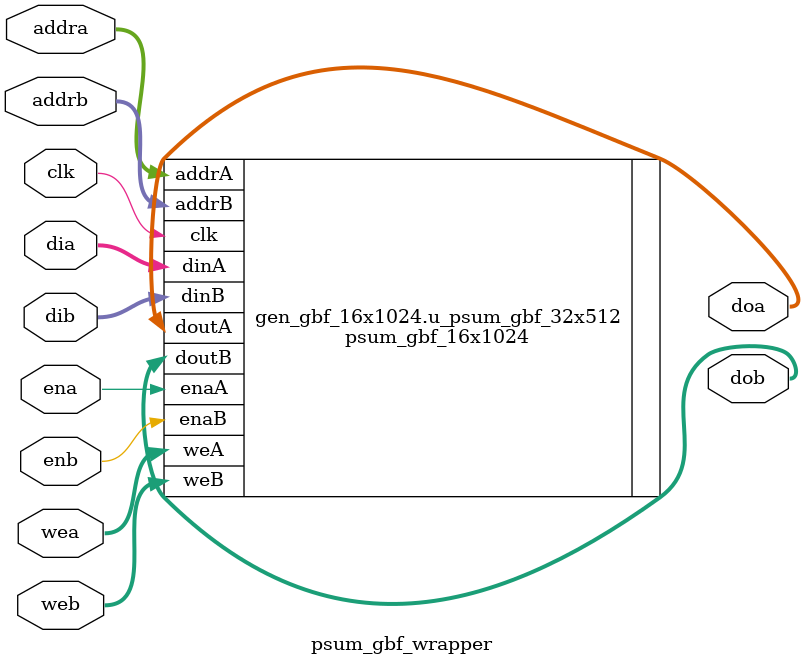
<source format=v>


`timescale 1ns / 1ps

`define FPGA 0
module psum_gbf_wrapper #(parameter NUM_COL     = 32, //Use 16*32 = 512bits DATA BITWIDTH
                parameter COL_WIDTH             = 16,
                parameter DATA_BITWIDTH         = NUM_COL*COL_WIDTH,
                parameter ADDR_BITWIDTH         = 5,
                parameter DEPTH                 = 32 )
              ( input clk, ena, enb, 
                input [NUM_COL-1:0] wea, web,
                input [ADDR_BITWIDTH-1 : 0] addra, addrb,
                input [DATA_BITWIDTH-1 : 0] dia, dib,
                output reg [DATA_BITWIDTH-1 : 0] doa, dob
    );


    `ifdef FPGA
    //------------------------------------------------------------------------+
	// Implement ip generate block ram
	//------------------------------------------------------------------------+
        generate
		if((DATA_BITWIDTH == 512) && (DEPTH == 32)) begin: gen_gbf_16x1024
			psum_gbf_16x1024 u_psum_gbf_32x512( 
				.clk(clk), .enaA(ena), .enaB(enb), .weA(wea), .weB(web),
				.addrA(addra), .addrB(addrb),
				.dinA(dia), .dinB(dib), .doutA(doa), .doutB(dob)
			 );
		end
	    endgenerate
    `else 
    //------------------------------------------------------------------------+
	// Memory modeling
	//------------------------------------------------------------------------+
    reg [DATA_BITWIDTH-1 : 0] mem[0 : DEPTH-1];

    //port A operation : get data from "psum_rf_irrelevant" module :: accumulate the value with update via dia = doa+w_dataa
    always @(posedge clk) begin
        if(ena) begin
            for(i=0;i<NUM_COL;i=i+1) begin
                if(wea[i]) begin
                   mem[addra][i*COL_WIDTH +: COL_WIDTH] <= dia[i*COL_WIDTH +: COL_WIDTH]
                end
            end
            doa <= mem[addra]
        end
    end

    //port B opration : send/get data to/from sram
    always @(posedge clk) begin
        if(enb) begin
            for(i=0;i<NUM_COL;i=i+1) begin
                if(web[i]) begin
                   mem[addrb][i*COL_WIDTH +: COL_WIDTH] <= dib[i*COL_WIDTH +: COL_WIDTH]
                end
            end
            dob <= mem[addrb]
        end
    end


    `endif

endmodule
</source>
